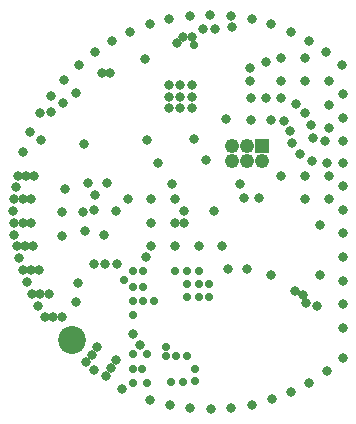
<source format=gbr>
G04 EAGLE Gerber RS-274X export*
G75*
%MOMM*%
%FSLAX34Y34*%
%LPD*%
%INSoldermask Bottom*%
%IPPOS*%
%AMOC8*
5,1,8,0,0,1.08239X$1,22.5*%
G01*
%ADD10R,1.243200X1.243200*%
%ADD11C,1.243200*%
%ADD12C,0.803200*%
%ADD13C,2.362200*%
%ADD14C,0.703200*%


D10*
X243700Y255000D03*
D11*
X243700Y242300D03*
X231000Y255000D03*
X231000Y242300D03*
X218300Y255000D03*
X218300Y242300D03*
D12*
X164500Y306900D03*
X174500Y306900D03*
X184500Y306900D03*
X164500Y296900D03*
X174500Y296900D03*
X184500Y296900D03*
X164500Y286900D03*
X174500Y286900D03*
X184500Y286900D03*
D13*
X83000Y91000D03*
D12*
X178000Y190000D03*
X241000Y211000D03*
X228000Y211000D03*
D14*
X171000Y77000D03*
X167000Y55000D03*
X180000Y127000D03*
X190000Y127000D03*
X199000Y127000D03*
X180000Y138000D03*
X199000Y138000D03*
X180000Y149000D03*
X170000Y149000D03*
X190000Y149000D03*
X190000Y138000D03*
X177000Y55000D03*
X187000Y56000D03*
X187000Y66000D03*
X180000Y77000D03*
D12*
X92500Y256900D03*
X107800Y317100D03*
X114900Y317100D03*
X193500Y354150D03*
X233500Y321150D03*
X233500Y309900D03*
X246660Y326290D03*
X218280Y355710D03*
X203500Y354150D03*
X155260Y240950D03*
X234500Y276900D03*
X234500Y295900D03*
X213500Y277900D03*
X251000Y277000D03*
X262000Y276000D03*
X267000Y268000D03*
X269000Y258000D03*
X276000Y248000D03*
X286000Y242000D03*
X299000Y241000D03*
X297000Y259000D03*
X287000Y262000D03*
X285000Y273000D03*
X280000Y283000D03*
X272000Y291000D03*
X260000Y296000D03*
X247000Y296000D03*
X178000Y200000D03*
X111000Y155000D03*
X101000Y155000D03*
X121000Y155000D03*
X94798Y71987D03*
X103975Y85094D03*
X99387Y78540D03*
X86000Y123000D03*
X67000Y110000D03*
X74000Y110000D03*
X60000Y110000D03*
X88000Y139000D03*
X215000Y151000D03*
X231000Y151000D03*
X200000Y366250D03*
X217555Y365293D03*
X234770Y362516D03*
X251556Y358100D03*
X267927Y351843D03*
X283554Y343815D03*
X298167Y334401D03*
X311756Y323407D03*
X311865Y75214D03*
X298286Y64209D03*
X283631Y54682D03*
X268061Y46740D03*
X251746Y40469D03*
X234864Y35938D03*
X217602Y33196D03*
X200147Y32274D03*
X182692Y33181D03*
X165427Y35907D03*
X148541Y40424D03*
X125220Y49680D03*
X100980Y65122D03*
X41236Y249794D03*
X47492Y267115D03*
X55421Y282692D03*
X64934Y297355D03*
X75928Y310944D03*
X88282Y323309D03*
X101861Y334315D03*
X116516Y343841D03*
X132086Y351783D03*
X148401Y358054D03*
X165283Y362586D03*
X182545Y365328D03*
X271600Y132500D03*
X293000Y146000D03*
X251000Y146000D03*
X293000Y188000D03*
X312000Y241000D03*
X312000Y221000D03*
X312000Y201000D03*
X312000Y181000D03*
X312000Y161000D03*
X312000Y141000D03*
X312000Y121000D03*
X312000Y101000D03*
X312000Y259000D03*
X312000Y279000D03*
X312000Y299000D03*
X92000Y199000D03*
X94000Y183000D03*
X77000Y219000D03*
X74000Y199000D03*
X74000Y179000D03*
X96000Y224000D03*
X112000Y224000D03*
X102000Y214000D03*
X203000Y200000D03*
X45000Y140000D03*
X54000Y120000D03*
X38000Y160000D03*
X34000Y180000D03*
X33000Y200000D03*
X35000Y220000D03*
D14*
X162000Y77000D03*
X162000Y85000D03*
D12*
X145000Y161000D03*
X110000Y180000D03*
X130000Y210000D03*
X150000Y210000D03*
X170000Y210000D03*
X150000Y190000D03*
X170000Y190000D03*
X150000Y170000D03*
X170000Y170000D03*
X190000Y170000D03*
X120000Y200000D03*
X210000Y170000D03*
X290000Y120000D03*
X280000Y230000D03*
X280000Y210000D03*
X300000Y210000D03*
X300000Y230000D03*
X260000Y230000D03*
X300000Y270000D03*
X300000Y290000D03*
X300000Y310000D03*
X280000Y310000D03*
X260000Y310000D03*
X260000Y330000D03*
X280000Y330000D03*
X278000Y129000D03*
X281000Y122000D03*
X186000Y261000D03*
X196000Y243000D03*
X146500Y259900D03*
X144500Y328900D03*
D14*
X185750Y340190D03*
D12*
X56510Y260500D03*
X225000Y223000D03*
X167750Y222750D03*
X101500Y200700D03*
X56000Y130000D03*
X63000Y130000D03*
X49000Y130000D03*
X184500Y347500D03*
X65000Y284000D03*
X177000Y347000D03*
X75100Y291900D03*
X171500Y341893D03*
X85792Y299682D03*
D14*
X146000Y79000D03*
X142000Y66000D03*
X146000Y54000D03*
X134000Y54000D03*
X134000Y66000D03*
X134000Y79000D03*
D12*
X134000Y96000D03*
X140000Y87000D03*
D14*
X143000Y124000D03*
X134000Y124000D03*
X143000Y136000D03*
X134000Y136000D03*
X143000Y149000D03*
X134000Y149000D03*
X152000Y124000D03*
X134000Y112000D03*
X127000Y142000D03*
D12*
X115770Y67069D03*
X111181Y60516D03*
X120358Y73622D03*
X41000Y210000D03*
X48000Y210000D03*
X34000Y210000D03*
X41000Y190000D03*
X48000Y190000D03*
X34000Y190000D03*
X48000Y150000D03*
X55000Y150000D03*
X41000Y150000D03*
X43000Y170000D03*
X50000Y170000D03*
X36000Y170000D03*
X44000Y230000D03*
X37000Y230000D03*
X51000Y230000D03*
M02*

</source>
